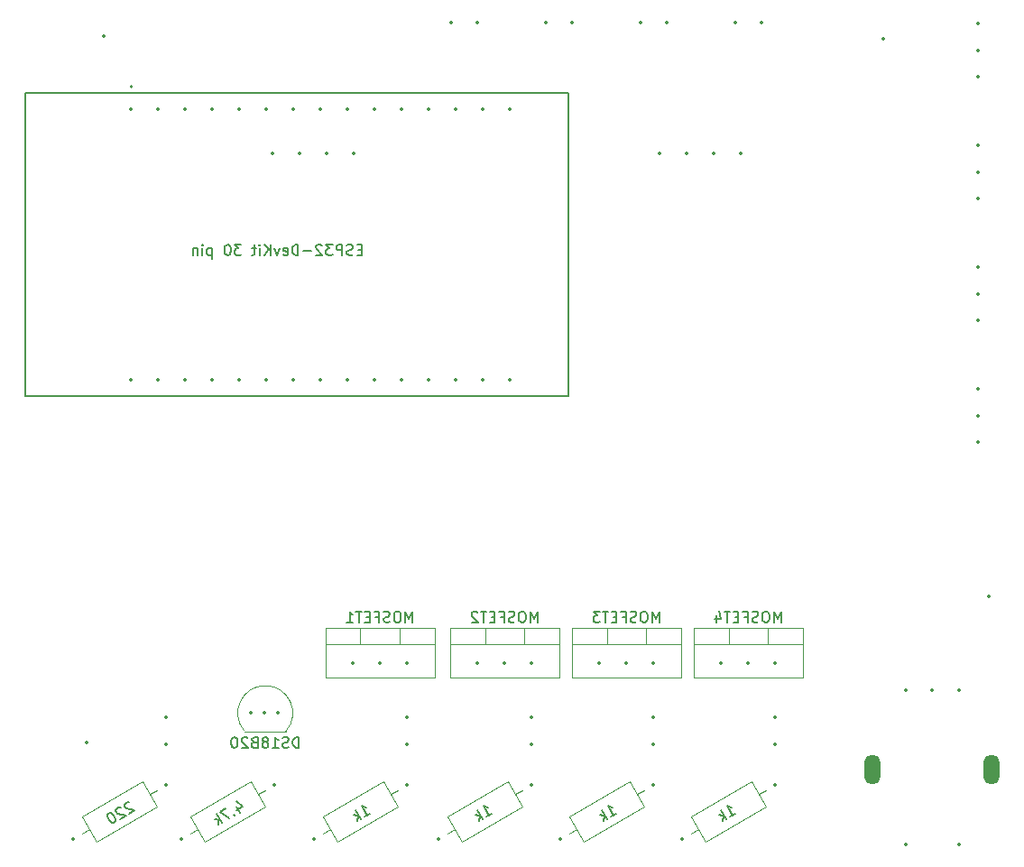
<source format=gbo>
%TF.GenerationSoftware,KiCad,Pcbnew,9.0.0*%
%TF.CreationDate,2025-06-12T21:42:43+02:00*%
%TF.ProjectId,plant_watner_V3.0,706c616e-745f-4776-9174-6e65725f5633,rev?*%
%TF.SameCoordinates,Original*%
%TF.FileFunction,Legend,Bot*%
%TF.FilePolarity,Positive*%
%FSLAX46Y46*%
G04 Gerber Fmt 4.6, Leading zero omitted, Abs format (unit mm)*
G04 Created by KiCad (PCBNEW 9.0.0) date 2025-06-12 21:42:43*
%MOMM*%
%LPD*%
G01*
G04 APERTURE LIST*
%ADD10C,0.150000*%
%ADD11C,0.120000*%
%ADD12C,0.127000*%
%ADD13C,0.200000*%
%ADD14C,0.350000*%
%ADD15O,1.500000X2.800000*%
G04 APERTURE END LIST*
D10*
X156286507Y-130449361D02*
X156781379Y-130163646D01*
X156533943Y-130306504D02*
X156033943Y-129440478D01*
X156033943Y-129440478D02*
X156187850Y-129516577D01*
X156187850Y-129516577D02*
X156317948Y-129551437D01*
X156317948Y-129551437D02*
X156424236Y-129545057D01*
X155915353Y-130663646D02*
X155415353Y-129797621D01*
X155642398Y-130381351D02*
X155585439Y-130854123D01*
X155252105Y-130276772D02*
X155772496Y-130416211D01*
X115801856Y-123963819D02*
X115801856Y-122963819D01*
X115801856Y-122963819D02*
X115563761Y-122963819D01*
X115563761Y-122963819D02*
X115420904Y-123011438D01*
X115420904Y-123011438D02*
X115325666Y-123106676D01*
X115325666Y-123106676D02*
X115278047Y-123201914D01*
X115278047Y-123201914D02*
X115230428Y-123392390D01*
X115230428Y-123392390D02*
X115230428Y-123535247D01*
X115230428Y-123535247D02*
X115278047Y-123725723D01*
X115278047Y-123725723D02*
X115325666Y-123820961D01*
X115325666Y-123820961D02*
X115420904Y-123916200D01*
X115420904Y-123916200D02*
X115563761Y-123963819D01*
X115563761Y-123963819D02*
X115801856Y-123963819D01*
X114849475Y-123916200D02*
X114706618Y-123963819D01*
X114706618Y-123963819D02*
X114468523Y-123963819D01*
X114468523Y-123963819D02*
X114373285Y-123916200D01*
X114373285Y-123916200D02*
X114325666Y-123868580D01*
X114325666Y-123868580D02*
X114278047Y-123773342D01*
X114278047Y-123773342D02*
X114278047Y-123678104D01*
X114278047Y-123678104D02*
X114325666Y-123582866D01*
X114325666Y-123582866D02*
X114373285Y-123535247D01*
X114373285Y-123535247D02*
X114468523Y-123487628D01*
X114468523Y-123487628D02*
X114658999Y-123440009D01*
X114658999Y-123440009D02*
X114754237Y-123392390D01*
X114754237Y-123392390D02*
X114801856Y-123344771D01*
X114801856Y-123344771D02*
X114849475Y-123249533D01*
X114849475Y-123249533D02*
X114849475Y-123154295D01*
X114849475Y-123154295D02*
X114801856Y-123059057D01*
X114801856Y-123059057D02*
X114754237Y-123011438D01*
X114754237Y-123011438D02*
X114658999Y-122963819D01*
X114658999Y-122963819D02*
X114420904Y-122963819D01*
X114420904Y-122963819D02*
X114278047Y-123011438D01*
X113325666Y-123963819D02*
X113897094Y-123963819D01*
X113611380Y-123963819D02*
X113611380Y-122963819D01*
X113611380Y-122963819D02*
X113706618Y-123106676D01*
X113706618Y-123106676D02*
X113801856Y-123201914D01*
X113801856Y-123201914D02*
X113897094Y-123249533D01*
X112754237Y-123392390D02*
X112849475Y-123344771D01*
X112849475Y-123344771D02*
X112897094Y-123297152D01*
X112897094Y-123297152D02*
X112944713Y-123201914D01*
X112944713Y-123201914D02*
X112944713Y-123154295D01*
X112944713Y-123154295D02*
X112897094Y-123059057D01*
X112897094Y-123059057D02*
X112849475Y-123011438D01*
X112849475Y-123011438D02*
X112754237Y-122963819D01*
X112754237Y-122963819D02*
X112563761Y-122963819D01*
X112563761Y-122963819D02*
X112468523Y-123011438D01*
X112468523Y-123011438D02*
X112420904Y-123059057D01*
X112420904Y-123059057D02*
X112373285Y-123154295D01*
X112373285Y-123154295D02*
X112373285Y-123201914D01*
X112373285Y-123201914D02*
X112420904Y-123297152D01*
X112420904Y-123297152D02*
X112468523Y-123344771D01*
X112468523Y-123344771D02*
X112563761Y-123392390D01*
X112563761Y-123392390D02*
X112754237Y-123392390D01*
X112754237Y-123392390D02*
X112849475Y-123440009D01*
X112849475Y-123440009D02*
X112897094Y-123487628D01*
X112897094Y-123487628D02*
X112944713Y-123582866D01*
X112944713Y-123582866D02*
X112944713Y-123773342D01*
X112944713Y-123773342D02*
X112897094Y-123868580D01*
X112897094Y-123868580D02*
X112849475Y-123916200D01*
X112849475Y-123916200D02*
X112754237Y-123963819D01*
X112754237Y-123963819D02*
X112563761Y-123963819D01*
X112563761Y-123963819D02*
X112468523Y-123916200D01*
X112468523Y-123916200D02*
X112420904Y-123868580D01*
X112420904Y-123868580D02*
X112373285Y-123773342D01*
X112373285Y-123773342D02*
X112373285Y-123582866D01*
X112373285Y-123582866D02*
X112420904Y-123487628D01*
X112420904Y-123487628D02*
X112468523Y-123440009D01*
X112468523Y-123440009D02*
X112563761Y-123392390D01*
X111611380Y-123440009D02*
X111468523Y-123487628D01*
X111468523Y-123487628D02*
X111420904Y-123535247D01*
X111420904Y-123535247D02*
X111373285Y-123630485D01*
X111373285Y-123630485D02*
X111373285Y-123773342D01*
X111373285Y-123773342D02*
X111420904Y-123868580D01*
X111420904Y-123868580D02*
X111468523Y-123916200D01*
X111468523Y-123916200D02*
X111563761Y-123963819D01*
X111563761Y-123963819D02*
X111944713Y-123963819D01*
X111944713Y-123963819D02*
X111944713Y-122963819D01*
X111944713Y-122963819D02*
X111611380Y-122963819D01*
X111611380Y-122963819D02*
X111516142Y-123011438D01*
X111516142Y-123011438D02*
X111468523Y-123059057D01*
X111468523Y-123059057D02*
X111420904Y-123154295D01*
X111420904Y-123154295D02*
X111420904Y-123249533D01*
X111420904Y-123249533D02*
X111468523Y-123344771D01*
X111468523Y-123344771D02*
X111516142Y-123392390D01*
X111516142Y-123392390D02*
X111611380Y-123440009D01*
X111611380Y-123440009D02*
X111944713Y-123440009D01*
X110992332Y-123059057D02*
X110944713Y-123011438D01*
X110944713Y-123011438D02*
X110849475Y-122963819D01*
X110849475Y-122963819D02*
X110611380Y-122963819D01*
X110611380Y-122963819D02*
X110516142Y-123011438D01*
X110516142Y-123011438D02*
X110468523Y-123059057D01*
X110468523Y-123059057D02*
X110420904Y-123154295D01*
X110420904Y-123154295D02*
X110420904Y-123249533D01*
X110420904Y-123249533D02*
X110468523Y-123392390D01*
X110468523Y-123392390D02*
X111039951Y-123963819D01*
X111039951Y-123963819D02*
X110420904Y-123963819D01*
X109801856Y-122963819D02*
X109706618Y-122963819D01*
X109706618Y-122963819D02*
X109611380Y-123011438D01*
X109611380Y-123011438D02*
X109563761Y-123059057D01*
X109563761Y-123059057D02*
X109516142Y-123154295D01*
X109516142Y-123154295D02*
X109468523Y-123344771D01*
X109468523Y-123344771D02*
X109468523Y-123582866D01*
X109468523Y-123582866D02*
X109516142Y-123773342D01*
X109516142Y-123773342D02*
X109563761Y-123868580D01*
X109563761Y-123868580D02*
X109611380Y-123916200D01*
X109611380Y-123916200D02*
X109706618Y-123963819D01*
X109706618Y-123963819D02*
X109801856Y-123963819D01*
X109801856Y-123963819D02*
X109897094Y-123916200D01*
X109897094Y-123916200D02*
X109944713Y-123868580D01*
X109944713Y-123868580D02*
X109992332Y-123773342D01*
X109992332Y-123773342D02*
X110039951Y-123582866D01*
X110039951Y-123582866D02*
X110039951Y-123344771D01*
X110039951Y-123344771D02*
X109992332Y-123154295D01*
X109992332Y-123154295D02*
X109944713Y-123059057D01*
X109944713Y-123059057D02*
X109897094Y-123011438D01*
X109897094Y-123011438D02*
X109801856Y-122963819D01*
X121996507Y-130449361D02*
X122491379Y-130163646D01*
X122243943Y-130306504D02*
X121743943Y-129440478D01*
X121743943Y-129440478D02*
X121897850Y-129516577D01*
X121897850Y-129516577D02*
X122027948Y-129551437D01*
X122027948Y-129551437D02*
X122134236Y-129545057D01*
X121625353Y-130663646D02*
X121125353Y-129797621D01*
X121352398Y-130381351D02*
X121295439Y-130854123D01*
X120962105Y-130276772D02*
X121482496Y-130416211D01*
X99907250Y-129106290D02*
X99842201Y-129088860D01*
X99842201Y-129088860D02*
X99735913Y-129095240D01*
X99735913Y-129095240D02*
X99529716Y-129214288D01*
X99529716Y-129214288D02*
X99471047Y-129303146D01*
X99471047Y-129303146D02*
X99453617Y-129368195D01*
X99453617Y-129368195D02*
X99459997Y-129474483D01*
X99459997Y-129474483D02*
X99507616Y-129556962D01*
X99507616Y-129556962D02*
X99620284Y-129656870D01*
X99620284Y-129656870D02*
X100400870Y-129866027D01*
X100400870Y-129866027D02*
X99864759Y-130175551D01*
X99082463Y-129582481D02*
X99017415Y-129565051D01*
X99017415Y-129565051D02*
X98911127Y-129571431D01*
X98911127Y-129571431D02*
X98704930Y-129690478D01*
X98704930Y-129690478D02*
X98646261Y-129779337D01*
X98646261Y-129779337D02*
X98628831Y-129844385D01*
X98628831Y-129844385D02*
X98635211Y-129950674D01*
X98635211Y-129950674D02*
X98682830Y-130033152D01*
X98682830Y-130033152D02*
X98795498Y-130133061D01*
X98795498Y-130133061D02*
X99576084Y-130342218D01*
X99576084Y-130342218D02*
X99039973Y-130651742D01*
X98003862Y-130095240D02*
X97921383Y-130142859D01*
X97921383Y-130142859D02*
X97862714Y-130231718D01*
X97862714Y-130231718D02*
X97845284Y-130296766D01*
X97845284Y-130296766D02*
X97851664Y-130403055D01*
X97851664Y-130403055D02*
X97905663Y-130591821D01*
X97905663Y-130591821D02*
X98024710Y-130798018D01*
X98024710Y-130798018D02*
X98161188Y-130939165D01*
X98161188Y-130939165D02*
X98250046Y-130997835D01*
X98250046Y-130997835D02*
X98315095Y-131015264D01*
X98315095Y-131015264D02*
X98421383Y-131008885D01*
X98421383Y-131008885D02*
X98503862Y-130961266D01*
X98503862Y-130961266D02*
X98562531Y-130872407D01*
X98562531Y-130872407D02*
X98579961Y-130807358D01*
X98579961Y-130807358D02*
X98573581Y-130701070D01*
X98573581Y-130701070D02*
X98519582Y-130512304D01*
X98519582Y-130512304D02*
X98400534Y-130306107D01*
X98400534Y-130306107D02*
X98264057Y-130164959D01*
X98264057Y-130164959D02*
X98175199Y-130106290D01*
X98175199Y-130106290D02*
X98110150Y-130088860D01*
X98110150Y-130088860D02*
X98003862Y-130095240D01*
X145110507Y-130449361D02*
X145605379Y-130163646D01*
X145357943Y-130306504D02*
X144857943Y-129440478D01*
X144857943Y-129440478D02*
X145011850Y-129516577D01*
X145011850Y-129516577D02*
X145141948Y-129551437D01*
X145141948Y-129551437D02*
X145248236Y-129545057D01*
X144739353Y-130663646D02*
X144239353Y-129797621D01*
X144466398Y-130381351D02*
X144409439Y-130854123D01*
X144076105Y-130276772D02*
X144596496Y-130416211D01*
X161059428Y-112191819D02*
X161059428Y-111191819D01*
X161059428Y-111191819D02*
X160726095Y-111906104D01*
X160726095Y-111906104D02*
X160392762Y-111191819D01*
X160392762Y-111191819D02*
X160392762Y-112191819D01*
X159726095Y-111191819D02*
X159535619Y-111191819D01*
X159535619Y-111191819D02*
X159440381Y-111239438D01*
X159440381Y-111239438D02*
X159345143Y-111334676D01*
X159345143Y-111334676D02*
X159297524Y-111525152D01*
X159297524Y-111525152D02*
X159297524Y-111858485D01*
X159297524Y-111858485D02*
X159345143Y-112048961D01*
X159345143Y-112048961D02*
X159440381Y-112144200D01*
X159440381Y-112144200D02*
X159535619Y-112191819D01*
X159535619Y-112191819D02*
X159726095Y-112191819D01*
X159726095Y-112191819D02*
X159821333Y-112144200D01*
X159821333Y-112144200D02*
X159916571Y-112048961D01*
X159916571Y-112048961D02*
X159964190Y-111858485D01*
X159964190Y-111858485D02*
X159964190Y-111525152D01*
X159964190Y-111525152D02*
X159916571Y-111334676D01*
X159916571Y-111334676D02*
X159821333Y-111239438D01*
X159821333Y-111239438D02*
X159726095Y-111191819D01*
X158916571Y-112144200D02*
X158773714Y-112191819D01*
X158773714Y-112191819D02*
X158535619Y-112191819D01*
X158535619Y-112191819D02*
X158440381Y-112144200D01*
X158440381Y-112144200D02*
X158392762Y-112096580D01*
X158392762Y-112096580D02*
X158345143Y-112001342D01*
X158345143Y-112001342D02*
X158345143Y-111906104D01*
X158345143Y-111906104D02*
X158392762Y-111810866D01*
X158392762Y-111810866D02*
X158440381Y-111763247D01*
X158440381Y-111763247D02*
X158535619Y-111715628D01*
X158535619Y-111715628D02*
X158726095Y-111668009D01*
X158726095Y-111668009D02*
X158821333Y-111620390D01*
X158821333Y-111620390D02*
X158868952Y-111572771D01*
X158868952Y-111572771D02*
X158916571Y-111477533D01*
X158916571Y-111477533D02*
X158916571Y-111382295D01*
X158916571Y-111382295D02*
X158868952Y-111287057D01*
X158868952Y-111287057D02*
X158821333Y-111239438D01*
X158821333Y-111239438D02*
X158726095Y-111191819D01*
X158726095Y-111191819D02*
X158488000Y-111191819D01*
X158488000Y-111191819D02*
X158345143Y-111239438D01*
X157583238Y-111668009D02*
X157916571Y-111668009D01*
X157916571Y-112191819D02*
X157916571Y-111191819D01*
X157916571Y-111191819D02*
X157440381Y-111191819D01*
X157059428Y-111668009D02*
X156726095Y-111668009D01*
X156583238Y-112191819D02*
X157059428Y-112191819D01*
X157059428Y-112191819D02*
X157059428Y-111191819D01*
X157059428Y-111191819D02*
X156583238Y-111191819D01*
X156297523Y-111191819D02*
X155726095Y-111191819D01*
X156011809Y-112191819D02*
X156011809Y-111191819D01*
X154964190Y-111525152D02*
X154964190Y-112191819D01*
X155202285Y-111144200D02*
X155440380Y-111858485D01*
X155440380Y-111858485D02*
X154821333Y-111858485D01*
X126485928Y-112191819D02*
X126485928Y-111191819D01*
X126485928Y-111191819D02*
X126152595Y-111906104D01*
X126152595Y-111906104D02*
X125819262Y-111191819D01*
X125819262Y-111191819D02*
X125819262Y-112191819D01*
X125152595Y-111191819D02*
X124962119Y-111191819D01*
X124962119Y-111191819D02*
X124866881Y-111239438D01*
X124866881Y-111239438D02*
X124771643Y-111334676D01*
X124771643Y-111334676D02*
X124724024Y-111525152D01*
X124724024Y-111525152D02*
X124724024Y-111858485D01*
X124724024Y-111858485D02*
X124771643Y-112048961D01*
X124771643Y-112048961D02*
X124866881Y-112144200D01*
X124866881Y-112144200D02*
X124962119Y-112191819D01*
X124962119Y-112191819D02*
X125152595Y-112191819D01*
X125152595Y-112191819D02*
X125247833Y-112144200D01*
X125247833Y-112144200D02*
X125343071Y-112048961D01*
X125343071Y-112048961D02*
X125390690Y-111858485D01*
X125390690Y-111858485D02*
X125390690Y-111525152D01*
X125390690Y-111525152D02*
X125343071Y-111334676D01*
X125343071Y-111334676D02*
X125247833Y-111239438D01*
X125247833Y-111239438D02*
X125152595Y-111191819D01*
X124343071Y-112144200D02*
X124200214Y-112191819D01*
X124200214Y-112191819D02*
X123962119Y-112191819D01*
X123962119Y-112191819D02*
X123866881Y-112144200D01*
X123866881Y-112144200D02*
X123819262Y-112096580D01*
X123819262Y-112096580D02*
X123771643Y-112001342D01*
X123771643Y-112001342D02*
X123771643Y-111906104D01*
X123771643Y-111906104D02*
X123819262Y-111810866D01*
X123819262Y-111810866D02*
X123866881Y-111763247D01*
X123866881Y-111763247D02*
X123962119Y-111715628D01*
X123962119Y-111715628D02*
X124152595Y-111668009D01*
X124152595Y-111668009D02*
X124247833Y-111620390D01*
X124247833Y-111620390D02*
X124295452Y-111572771D01*
X124295452Y-111572771D02*
X124343071Y-111477533D01*
X124343071Y-111477533D02*
X124343071Y-111382295D01*
X124343071Y-111382295D02*
X124295452Y-111287057D01*
X124295452Y-111287057D02*
X124247833Y-111239438D01*
X124247833Y-111239438D02*
X124152595Y-111191819D01*
X124152595Y-111191819D02*
X123914500Y-111191819D01*
X123914500Y-111191819D02*
X123771643Y-111239438D01*
X123009738Y-111668009D02*
X123343071Y-111668009D01*
X123343071Y-112191819D02*
X123343071Y-111191819D01*
X123343071Y-111191819D02*
X122866881Y-111191819D01*
X122485928Y-111668009D02*
X122152595Y-111668009D01*
X122009738Y-112191819D02*
X122485928Y-112191819D01*
X122485928Y-112191819D02*
X122485928Y-111191819D01*
X122485928Y-111191819D02*
X122009738Y-111191819D01*
X121724023Y-111191819D02*
X121152595Y-111191819D01*
X121438309Y-112191819D02*
X121438309Y-111191819D01*
X120295452Y-112191819D02*
X120866880Y-112191819D01*
X120581166Y-112191819D02*
X120581166Y-111191819D01*
X120581166Y-111191819D02*
X120676404Y-111334676D01*
X120676404Y-111334676D02*
X120771642Y-111429914D01*
X120771642Y-111429914D02*
X120866880Y-111477533D01*
X109918242Y-129467248D02*
X110251575Y-130044599D01*
X109933962Y-129018286D02*
X110497302Y-129517828D01*
X110497302Y-129517828D02*
X109961191Y-129827352D01*
X109750324Y-130224025D02*
X109732894Y-130289074D01*
X109732894Y-130289074D02*
X109797943Y-130306503D01*
X109797943Y-130306503D02*
X109815373Y-130241455D01*
X109815373Y-130241455D02*
X109750324Y-130224025D01*
X109750324Y-130224025D02*
X109797943Y-130306503D01*
X108968029Y-129630954D02*
X108390679Y-129964287D01*
X108390679Y-129964287D02*
X109261832Y-130616027D01*
X108560764Y-131020789D02*
X108060764Y-130154764D01*
X108287809Y-130738494D02*
X108230850Y-131211265D01*
X107897516Y-130633915D02*
X108417907Y-130773353D01*
X133426507Y-130449361D02*
X133921379Y-130163646D01*
X133673943Y-130306504D02*
X133173943Y-129440478D01*
X133173943Y-129440478D02*
X133327850Y-129516577D01*
X133327850Y-129516577D02*
X133457948Y-129551437D01*
X133457948Y-129551437D02*
X133564236Y-129545057D01*
X133055353Y-130663646D02*
X132555353Y-129797621D01*
X132782398Y-130381351D02*
X132725439Y-130854123D01*
X132392105Y-130276772D02*
X132912496Y-130416211D01*
X121744380Y-77214009D02*
X121411047Y-77214009D01*
X121268190Y-77737819D02*
X121744380Y-77737819D01*
X121744380Y-77737819D02*
X121744380Y-76737819D01*
X121744380Y-76737819D02*
X121268190Y-76737819D01*
X120887237Y-77690200D02*
X120744380Y-77737819D01*
X120744380Y-77737819D02*
X120506285Y-77737819D01*
X120506285Y-77737819D02*
X120411047Y-77690200D01*
X120411047Y-77690200D02*
X120363428Y-77642580D01*
X120363428Y-77642580D02*
X120315809Y-77547342D01*
X120315809Y-77547342D02*
X120315809Y-77452104D01*
X120315809Y-77452104D02*
X120363428Y-77356866D01*
X120363428Y-77356866D02*
X120411047Y-77309247D01*
X120411047Y-77309247D02*
X120506285Y-77261628D01*
X120506285Y-77261628D02*
X120696761Y-77214009D01*
X120696761Y-77214009D02*
X120791999Y-77166390D01*
X120791999Y-77166390D02*
X120839618Y-77118771D01*
X120839618Y-77118771D02*
X120887237Y-77023533D01*
X120887237Y-77023533D02*
X120887237Y-76928295D01*
X120887237Y-76928295D02*
X120839618Y-76833057D01*
X120839618Y-76833057D02*
X120791999Y-76785438D01*
X120791999Y-76785438D02*
X120696761Y-76737819D01*
X120696761Y-76737819D02*
X120458666Y-76737819D01*
X120458666Y-76737819D02*
X120315809Y-76785438D01*
X119887237Y-77737819D02*
X119887237Y-76737819D01*
X119887237Y-76737819D02*
X119506285Y-76737819D01*
X119506285Y-76737819D02*
X119411047Y-76785438D01*
X119411047Y-76785438D02*
X119363428Y-76833057D01*
X119363428Y-76833057D02*
X119315809Y-76928295D01*
X119315809Y-76928295D02*
X119315809Y-77071152D01*
X119315809Y-77071152D02*
X119363428Y-77166390D01*
X119363428Y-77166390D02*
X119411047Y-77214009D01*
X119411047Y-77214009D02*
X119506285Y-77261628D01*
X119506285Y-77261628D02*
X119887237Y-77261628D01*
X118982475Y-76737819D02*
X118363428Y-76737819D01*
X118363428Y-76737819D02*
X118696761Y-77118771D01*
X118696761Y-77118771D02*
X118553904Y-77118771D01*
X118553904Y-77118771D02*
X118458666Y-77166390D01*
X118458666Y-77166390D02*
X118411047Y-77214009D01*
X118411047Y-77214009D02*
X118363428Y-77309247D01*
X118363428Y-77309247D02*
X118363428Y-77547342D01*
X118363428Y-77547342D02*
X118411047Y-77642580D01*
X118411047Y-77642580D02*
X118458666Y-77690200D01*
X118458666Y-77690200D02*
X118553904Y-77737819D01*
X118553904Y-77737819D02*
X118839618Y-77737819D01*
X118839618Y-77737819D02*
X118934856Y-77690200D01*
X118934856Y-77690200D02*
X118982475Y-77642580D01*
X117982475Y-76833057D02*
X117934856Y-76785438D01*
X117934856Y-76785438D02*
X117839618Y-76737819D01*
X117839618Y-76737819D02*
X117601523Y-76737819D01*
X117601523Y-76737819D02*
X117506285Y-76785438D01*
X117506285Y-76785438D02*
X117458666Y-76833057D01*
X117458666Y-76833057D02*
X117411047Y-76928295D01*
X117411047Y-76928295D02*
X117411047Y-77023533D01*
X117411047Y-77023533D02*
X117458666Y-77166390D01*
X117458666Y-77166390D02*
X118030094Y-77737819D01*
X118030094Y-77737819D02*
X117411047Y-77737819D01*
X116982475Y-77356866D02*
X116220571Y-77356866D01*
X115744380Y-77737819D02*
X115744380Y-76737819D01*
X115744380Y-76737819D02*
X115506285Y-76737819D01*
X115506285Y-76737819D02*
X115363428Y-76785438D01*
X115363428Y-76785438D02*
X115268190Y-76880676D01*
X115268190Y-76880676D02*
X115220571Y-76975914D01*
X115220571Y-76975914D02*
X115172952Y-77166390D01*
X115172952Y-77166390D02*
X115172952Y-77309247D01*
X115172952Y-77309247D02*
X115220571Y-77499723D01*
X115220571Y-77499723D02*
X115268190Y-77594961D01*
X115268190Y-77594961D02*
X115363428Y-77690200D01*
X115363428Y-77690200D02*
X115506285Y-77737819D01*
X115506285Y-77737819D02*
X115744380Y-77737819D01*
X114363428Y-77690200D02*
X114458666Y-77737819D01*
X114458666Y-77737819D02*
X114649142Y-77737819D01*
X114649142Y-77737819D02*
X114744380Y-77690200D01*
X114744380Y-77690200D02*
X114791999Y-77594961D01*
X114791999Y-77594961D02*
X114791999Y-77214009D01*
X114791999Y-77214009D02*
X114744380Y-77118771D01*
X114744380Y-77118771D02*
X114649142Y-77071152D01*
X114649142Y-77071152D02*
X114458666Y-77071152D01*
X114458666Y-77071152D02*
X114363428Y-77118771D01*
X114363428Y-77118771D02*
X114315809Y-77214009D01*
X114315809Y-77214009D02*
X114315809Y-77309247D01*
X114315809Y-77309247D02*
X114791999Y-77404485D01*
X113982475Y-77071152D02*
X113744380Y-77737819D01*
X113744380Y-77737819D02*
X113506285Y-77071152D01*
X113125332Y-77737819D02*
X113125332Y-76737819D01*
X112553904Y-77737819D02*
X112982475Y-77166390D01*
X112553904Y-76737819D02*
X113125332Y-77309247D01*
X112125332Y-77737819D02*
X112125332Y-77071152D01*
X112125332Y-76737819D02*
X112172951Y-76785438D01*
X112172951Y-76785438D02*
X112125332Y-76833057D01*
X112125332Y-76833057D02*
X112077713Y-76785438D01*
X112077713Y-76785438D02*
X112125332Y-76737819D01*
X112125332Y-76737819D02*
X112125332Y-76833057D01*
X111791999Y-77071152D02*
X111411047Y-77071152D01*
X111649142Y-76737819D02*
X111649142Y-77594961D01*
X111649142Y-77594961D02*
X111601523Y-77690200D01*
X111601523Y-77690200D02*
X111506285Y-77737819D01*
X111506285Y-77737819D02*
X111411047Y-77737819D01*
X110411046Y-76737819D02*
X109791999Y-76737819D01*
X109791999Y-76737819D02*
X110125332Y-77118771D01*
X110125332Y-77118771D02*
X109982475Y-77118771D01*
X109982475Y-77118771D02*
X109887237Y-77166390D01*
X109887237Y-77166390D02*
X109839618Y-77214009D01*
X109839618Y-77214009D02*
X109791999Y-77309247D01*
X109791999Y-77309247D02*
X109791999Y-77547342D01*
X109791999Y-77547342D02*
X109839618Y-77642580D01*
X109839618Y-77642580D02*
X109887237Y-77690200D01*
X109887237Y-77690200D02*
X109982475Y-77737819D01*
X109982475Y-77737819D02*
X110268189Y-77737819D01*
X110268189Y-77737819D02*
X110363427Y-77690200D01*
X110363427Y-77690200D02*
X110411046Y-77642580D01*
X109172951Y-76737819D02*
X109077713Y-76737819D01*
X109077713Y-76737819D02*
X108982475Y-76785438D01*
X108982475Y-76785438D02*
X108934856Y-76833057D01*
X108934856Y-76833057D02*
X108887237Y-76928295D01*
X108887237Y-76928295D02*
X108839618Y-77118771D01*
X108839618Y-77118771D02*
X108839618Y-77356866D01*
X108839618Y-77356866D02*
X108887237Y-77547342D01*
X108887237Y-77547342D02*
X108934856Y-77642580D01*
X108934856Y-77642580D02*
X108982475Y-77690200D01*
X108982475Y-77690200D02*
X109077713Y-77737819D01*
X109077713Y-77737819D02*
X109172951Y-77737819D01*
X109172951Y-77737819D02*
X109268189Y-77690200D01*
X109268189Y-77690200D02*
X109315808Y-77642580D01*
X109315808Y-77642580D02*
X109363427Y-77547342D01*
X109363427Y-77547342D02*
X109411046Y-77356866D01*
X109411046Y-77356866D02*
X109411046Y-77118771D01*
X109411046Y-77118771D02*
X109363427Y-76928295D01*
X109363427Y-76928295D02*
X109315808Y-76833057D01*
X109315808Y-76833057D02*
X109268189Y-76785438D01*
X109268189Y-76785438D02*
X109172951Y-76737819D01*
X107649141Y-77071152D02*
X107649141Y-78071152D01*
X107649141Y-77118771D02*
X107553903Y-77071152D01*
X107553903Y-77071152D02*
X107363427Y-77071152D01*
X107363427Y-77071152D02*
X107268189Y-77118771D01*
X107268189Y-77118771D02*
X107220570Y-77166390D01*
X107220570Y-77166390D02*
X107172951Y-77261628D01*
X107172951Y-77261628D02*
X107172951Y-77547342D01*
X107172951Y-77547342D02*
X107220570Y-77642580D01*
X107220570Y-77642580D02*
X107268189Y-77690200D01*
X107268189Y-77690200D02*
X107363427Y-77737819D01*
X107363427Y-77737819D02*
X107553903Y-77737819D01*
X107553903Y-77737819D02*
X107649141Y-77690200D01*
X106744379Y-77737819D02*
X106744379Y-77071152D01*
X106744379Y-76737819D02*
X106791998Y-76785438D01*
X106791998Y-76785438D02*
X106744379Y-76833057D01*
X106744379Y-76833057D02*
X106696760Y-76785438D01*
X106696760Y-76785438D02*
X106744379Y-76737819D01*
X106744379Y-76737819D02*
X106744379Y-76833057D01*
X106268189Y-77071152D02*
X106268189Y-77737819D01*
X106268189Y-77166390D02*
X106220570Y-77118771D01*
X106220570Y-77118771D02*
X106125332Y-77071152D01*
X106125332Y-77071152D02*
X105982475Y-77071152D01*
X105982475Y-77071152D02*
X105887237Y-77118771D01*
X105887237Y-77118771D02*
X105839618Y-77214009D01*
X105839618Y-77214009D02*
X105839618Y-77737819D01*
X138199428Y-112191819D02*
X138199428Y-111191819D01*
X138199428Y-111191819D02*
X137866095Y-111906104D01*
X137866095Y-111906104D02*
X137532762Y-111191819D01*
X137532762Y-111191819D02*
X137532762Y-112191819D01*
X136866095Y-111191819D02*
X136675619Y-111191819D01*
X136675619Y-111191819D02*
X136580381Y-111239438D01*
X136580381Y-111239438D02*
X136485143Y-111334676D01*
X136485143Y-111334676D02*
X136437524Y-111525152D01*
X136437524Y-111525152D02*
X136437524Y-111858485D01*
X136437524Y-111858485D02*
X136485143Y-112048961D01*
X136485143Y-112048961D02*
X136580381Y-112144200D01*
X136580381Y-112144200D02*
X136675619Y-112191819D01*
X136675619Y-112191819D02*
X136866095Y-112191819D01*
X136866095Y-112191819D02*
X136961333Y-112144200D01*
X136961333Y-112144200D02*
X137056571Y-112048961D01*
X137056571Y-112048961D02*
X137104190Y-111858485D01*
X137104190Y-111858485D02*
X137104190Y-111525152D01*
X137104190Y-111525152D02*
X137056571Y-111334676D01*
X137056571Y-111334676D02*
X136961333Y-111239438D01*
X136961333Y-111239438D02*
X136866095Y-111191819D01*
X136056571Y-112144200D02*
X135913714Y-112191819D01*
X135913714Y-112191819D02*
X135675619Y-112191819D01*
X135675619Y-112191819D02*
X135580381Y-112144200D01*
X135580381Y-112144200D02*
X135532762Y-112096580D01*
X135532762Y-112096580D02*
X135485143Y-112001342D01*
X135485143Y-112001342D02*
X135485143Y-111906104D01*
X135485143Y-111906104D02*
X135532762Y-111810866D01*
X135532762Y-111810866D02*
X135580381Y-111763247D01*
X135580381Y-111763247D02*
X135675619Y-111715628D01*
X135675619Y-111715628D02*
X135866095Y-111668009D01*
X135866095Y-111668009D02*
X135961333Y-111620390D01*
X135961333Y-111620390D02*
X136008952Y-111572771D01*
X136008952Y-111572771D02*
X136056571Y-111477533D01*
X136056571Y-111477533D02*
X136056571Y-111382295D01*
X136056571Y-111382295D02*
X136008952Y-111287057D01*
X136008952Y-111287057D02*
X135961333Y-111239438D01*
X135961333Y-111239438D02*
X135866095Y-111191819D01*
X135866095Y-111191819D02*
X135628000Y-111191819D01*
X135628000Y-111191819D02*
X135485143Y-111239438D01*
X134723238Y-111668009D02*
X135056571Y-111668009D01*
X135056571Y-112191819D02*
X135056571Y-111191819D01*
X135056571Y-111191819D02*
X134580381Y-111191819D01*
X134199428Y-111668009D02*
X133866095Y-111668009D01*
X133723238Y-112191819D02*
X134199428Y-112191819D01*
X134199428Y-112191819D02*
X134199428Y-111191819D01*
X134199428Y-111191819D02*
X133723238Y-111191819D01*
X133437523Y-111191819D02*
X132866095Y-111191819D01*
X133151809Y-112191819D02*
X133151809Y-111191819D01*
X132580380Y-111287057D02*
X132532761Y-111239438D01*
X132532761Y-111239438D02*
X132437523Y-111191819D01*
X132437523Y-111191819D02*
X132199428Y-111191819D01*
X132199428Y-111191819D02*
X132104190Y-111239438D01*
X132104190Y-111239438D02*
X132056571Y-111287057D01*
X132056571Y-111287057D02*
X132008952Y-111382295D01*
X132008952Y-111382295D02*
X132008952Y-111477533D01*
X132008952Y-111477533D02*
X132056571Y-111620390D01*
X132056571Y-111620390D02*
X132627999Y-112191819D01*
X132627999Y-112191819D02*
X132008952Y-112191819D01*
X149629428Y-112191819D02*
X149629428Y-111191819D01*
X149629428Y-111191819D02*
X149296095Y-111906104D01*
X149296095Y-111906104D02*
X148962762Y-111191819D01*
X148962762Y-111191819D02*
X148962762Y-112191819D01*
X148296095Y-111191819D02*
X148105619Y-111191819D01*
X148105619Y-111191819D02*
X148010381Y-111239438D01*
X148010381Y-111239438D02*
X147915143Y-111334676D01*
X147915143Y-111334676D02*
X147867524Y-111525152D01*
X147867524Y-111525152D02*
X147867524Y-111858485D01*
X147867524Y-111858485D02*
X147915143Y-112048961D01*
X147915143Y-112048961D02*
X148010381Y-112144200D01*
X148010381Y-112144200D02*
X148105619Y-112191819D01*
X148105619Y-112191819D02*
X148296095Y-112191819D01*
X148296095Y-112191819D02*
X148391333Y-112144200D01*
X148391333Y-112144200D02*
X148486571Y-112048961D01*
X148486571Y-112048961D02*
X148534190Y-111858485D01*
X148534190Y-111858485D02*
X148534190Y-111525152D01*
X148534190Y-111525152D02*
X148486571Y-111334676D01*
X148486571Y-111334676D02*
X148391333Y-111239438D01*
X148391333Y-111239438D02*
X148296095Y-111191819D01*
X147486571Y-112144200D02*
X147343714Y-112191819D01*
X147343714Y-112191819D02*
X147105619Y-112191819D01*
X147105619Y-112191819D02*
X147010381Y-112144200D01*
X147010381Y-112144200D02*
X146962762Y-112096580D01*
X146962762Y-112096580D02*
X146915143Y-112001342D01*
X146915143Y-112001342D02*
X146915143Y-111906104D01*
X146915143Y-111906104D02*
X146962762Y-111810866D01*
X146962762Y-111810866D02*
X147010381Y-111763247D01*
X147010381Y-111763247D02*
X147105619Y-111715628D01*
X147105619Y-111715628D02*
X147296095Y-111668009D01*
X147296095Y-111668009D02*
X147391333Y-111620390D01*
X147391333Y-111620390D02*
X147438952Y-111572771D01*
X147438952Y-111572771D02*
X147486571Y-111477533D01*
X147486571Y-111477533D02*
X147486571Y-111382295D01*
X147486571Y-111382295D02*
X147438952Y-111287057D01*
X147438952Y-111287057D02*
X147391333Y-111239438D01*
X147391333Y-111239438D02*
X147296095Y-111191819D01*
X147296095Y-111191819D02*
X147058000Y-111191819D01*
X147058000Y-111191819D02*
X146915143Y-111239438D01*
X146153238Y-111668009D02*
X146486571Y-111668009D01*
X146486571Y-112191819D02*
X146486571Y-111191819D01*
X146486571Y-111191819D02*
X146010381Y-111191819D01*
X145629428Y-111668009D02*
X145296095Y-111668009D01*
X145153238Y-112191819D02*
X145629428Y-112191819D01*
X145629428Y-112191819D02*
X145629428Y-111191819D01*
X145629428Y-111191819D02*
X145153238Y-111191819D01*
X144867523Y-111191819D02*
X144296095Y-111191819D01*
X144581809Y-112191819D02*
X144581809Y-111191819D01*
X144057999Y-111191819D02*
X143438952Y-111191819D01*
X143438952Y-111191819D02*
X143772285Y-111572771D01*
X143772285Y-111572771D02*
X143629428Y-111572771D01*
X143629428Y-111572771D02*
X143534190Y-111620390D01*
X143534190Y-111620390D02*
X143486571Y-111668009D01*
X143486571Y-111668009D02*
X143438952Y-111763247D01*
X143438952Y-111763247D02*
X143438952Y-112001342D01*
X143438952Y-112001342D02*
X143486571Y-112096580D01*
X143486571Y-112096580D02*
X143534190Y-112144200D01*
X143534190Y-112144200D02*
X143629428Y-112191819D01*
X143629428Y-112191819D02*
X143915142Y-112191819D01*
X143915142Y-112191819D02*
X144010380Y-112144200D01*
X144010380Y-112144200D02*
X144057999Y-112096580D01*
D11*
%TO.C,R6*%
X152611688Y-130425545D02*
X158275494Y-127155545D01*
X152629848Y-131997000D02*
X153296688Y-131612000D01*
X153981688Y-132798455D02*
X152611688Y-130425545D01*
X158275494Y-127155545D02*
X159645494Y-129528455D01*
X159627334Y-127957000D02*
X158960494Y-128342000D01*
X159645494Y-129528455D02*
X153981688Y-132798455D01*
%TO.C,Temp_sensor1*%
X114599000Y-122419000D02*
X110749000Y-122419000D01*
X110710389Y-122409122D02*
G75*
G02*
X114599000Y-122419000I1948611J1690122D01*
G01*
%TO.C,R3*%
X118067688Y-130425545D02*
X123731494Y-127155545D01*
X118085848Y-131997000D02*
X118752688Y-131612000D01*
X119437688Y-132798455D02*
X118067688Y-130425545D01*
X123731494Y-127155545D02*
X125101494Y-129528455D01*
X125083334Y-127957000D02*
X124416494Y-128342000D01*
X125101494Y-129528455D02*
X119437688Y-132798455D01*
%TO.C,R2*%
X95461688Y-130425545D02*
X101125494Y-127155545D01*
X95479848Y-131997000D02*
X96146688Y-131612000D01*
X96831688Y-132798455D02*
X95461688Y-130425545D01*
X101125494Y-127155545D02*
X102495494Y-129528455D01*
X102477334Y-127957000D02*
X101810494Y-128342000D01*
X102495494Y-129528455D02*
X96831688Y-132798455D01*
%TO.C,R5*%
X141181688Y-130425545D02*
X146845494Y-127155545D01*
X141199848Y-131997000D02*
X141866688Y-131612000D01*
X142551688Y-132798455D02*
X141181688Y-130425545D01*
X146845494Y-127155545D02*
X148215494Y-129528455D01*
X148197334Y-127957000D02*
X147530494Y-128342000D01*
X148215494Y-129528455D02*
X142551688Y-132798455D01*
%TO.C,MOSFET4*%
X152868000Y-112737000D02*
X152868000Y-117378000D01*
X156137000Y-112737000D02*
X156137000Y-114247000D01*
X159838000Y-112737000D02*
X159838000Y-114247000D01*
X163108000Y-112737000D02*
X152868000Y-112737000D01*
X163108000Y-112737000D02*
X163108000Y-117378000D01*
X163108000Y-114247000D02*
X152868000Y-114247000D01*
X163108000Y-117378000D02*
X152868000Y-117378000D01*
%TO.C,MOSFET1*%
X118294500Y-112737000D02*
X118294500Y-117378000D01*
X121563500Y-112737000D02*
X121563500Y-114247000D01*
X125264500Y-112737000D02*
X125264500Y-114247000D01*
X128534500Y-112737000D02*
X118294500Y-112737000D01*
X128534500Y-112737000D02*
X128534500Y-117378000D01*
X128534500Y-114247000D02*
X118294500Y-114247000D01*
X128534500Y-117378000D02*
X118294500Y-117378000D01*
%TO.C,R1*%
X105621688Y-130425545D02*
X111285494Y-127155545D01*
X105639848Y-131997000D02*
X106306688Y-131612000D01*
X106991688Y-132798455D02*
X105621688Y-130425545D01*
X111285494Y-127155545D02*
X112655494Y-129528455D01*
X112637334Y-127957000D02*
X111970494Y-128342000D01*
X112655494Y-129528455D02*
X106991688Y-132798455D01*
%TO.C,R4*%
X129751688Y-130425545D02*
X135415494Y-127155545D01*
X129769848Y-131997000D02*
X130436688Y-131612000D01*
X131121688Y-132798455D02*
X129751688Y-130425545D01*
X135415494Y-127155545D02*
X136785494Y-129528455D01*
X136767334Y-127957000D02*
X136100494Y-128342000D01*
X136785494Y-129528455D02*
X131121688Y-132798455D01*
D12*
%TO.C,ESP32-DevKit 30 pin*%
X90116000Y-62495000D02*
X90116000Y-73564000D01*
X90116000Y-62495000D02*
X90116000Y-91004999D01*
X90116000Y-73564000D02*
X90116000Y-80275000D01*
X90116000Y-80275000D02*
X90116000Y-91004999D01*
X90116000Y-91004999D02*
X141066000Y-91004999D01*
X90116000Y-91004999D02*
X141066000Y-91004999D01*
X141066000Y-62495000D02*
X90116000Y-62495000D01*
X141066000Y-62495000D02*
X90116000Y-62495000D01*
X141066000Y-62495000D02*
X141066000Y-67865000D01*
X141066000Y-67865000D02*
X141066000Y-85555000D01*
X141066000Y-85555000D02*
X141066000Y-91004999D01*
X141066000Y-91004999D02*
X141066000Y-62495000D01*
D13*
X100176000Y-61925000D02*
G75*
G02*
X99976000Y-61925000I-100000J0D01*
G01*
X99976000Y-61925000D02*
G75*
G02*
X100176000Y-61925000I100000J0D01*
G01*
D11*
%TO.C,MOSFET2*%
X130008000Y-112737000D02*
X130008000Y-117378000D01*
X133277000Y-112737000D02*
X133277000Y-114247000D01*
X136978000Y-112737000D02*
X136978000Y-114247000D01*
X140248000Y-112737000D02*
X130008000Y-112737000D01*
X140248000Y-112737000D02*
X140248000Y-117378000D01*
X140248000Y-114247000D02*
X130008000Y-114247000D01*
X140248000Y-117378000D02*
X130008000Y-117378000D01*
%TO.C,MOSFET3*%
X141438000Y-112737000D02*
X141438000Y-117378000D01*
X144707000Y-112737000D02*
X144707000Y-114247000D01*
X148408000Y-112737000D02*
X148408000Y-114247000D01*
X151678000Y-112737000D02*
X141438000Y-112737000D01*
X151678000Y-112737000D02*
X151678000Y-117378000D01*
X151678000Y-114247000D02*
X141438000Y-114247000D01*
X151678000Y-117378000D02*
X141438000Y-117378000D01*
%TD*%
D14*
X113301500Y-68150500D03*
X115841500Y-68150500D03*
X118381500Y-68150500D03*
X120921500Y-68150500D03*
X177748000Y-118547000D03*
X172748000Y-118547000D03*
X175248000Y-118547000D03*
D15*
X180848000Y-126047001D03*
X169648000Y-126047001D03*
D14*
X172748000Y-133047000D03*
X177748000Y-133047000D03*
X170688000Y-57404000D03*
X130088000Y-55891500D03*
X132588000Y-55891500D03*
X147868000Y-55947000D03*
X150368000Y-55947000D03*
X95885000Y-123511000D03*
X103377998Y-123627001D03*
X103377998Y-121087001D03*
X138978000Y-55947000D03*
X141478000Y-55947000D03*
X137668001Y-123626998D03*
X137668001Y-121086998D03*
X149098001Y-123626999D03*
X149098001Y-121086999D03*
X125984000Y-123627001D03*
X125984000Y-121087001D03*
X179578000Y-78887000D03*
X179578000Y-81387000D03*
X179578000Y-83887000D03*
X180594000Y-109795000D03*
X179578000Y-56027000D03*
X179578000Y-58527000D03*
X179578000Y-61027000D03*
X160528001Y-123626999D03*
X160528001Y-121086999D03*
X149669500Y-68150500D03*
X152209500Y-68150500D03*
X154749500Y-68150500D03*
X157289500Y-68150500D03*
X179578000Y-67457000D03*
X179578000Y-69957000D03*
X179578000Y-72457000D03*
X156758000Y-55947000D03*
X159258000Y-55947000D03*
X97536000Y-57150000D03*
X179578000Y-90317000D03*
X179578000Y-92817000D03*
X179578000Y-95317000D03*
X160528000Y-127437000D03*
X151729182Y-132517000D03*
X113849000Y-120719000D03*
X112579000Y-120719000D03*
X111309000Y-120719000D03*
X125984000Y-127437000D03*
X117185182Y-132517000D03*
X103378000Y-127437000D03*
X94579182Y-132517000D03*
X149098000Y-127437000D03*
X140299182Y-132517000D03*
X160528000Y-116007000D03*
X157988000Y-116007000D03*
X155448000Y-116007000D03*
X125954500Y-116007000D03*
X123414500Y-116007000D03*
X120874500Y-116007000D03*
X113538000Y-127437000D03*
X104739182Y-132517000D03*
X137668000Y-127437000D03*
X128869182Y-132517000D03*
X100076000Y-64075000D03*
X102615999Y-64075000D03*
X105156000Y-64075000D03*
X107695999Y-64075000D03*
X110236000Y-64075000D03*
X112775999Y-64075000D03*
X115316000Y-64075000D03*
X117856000Y-64074999D03*
X120396000Y-64075000D03*
X122936000Y-64074999D03*
X125476000Y-64075000D03*
X128016000Y-64074999D03*
X130556000Y-64075000D03*
X133096000Y-64075000D03*
X135636000Y-64075000D03*
X135636000Y-89475000D03*
X133096000Y-89475000D03*
X130556000Y-89475000D03*
X128016000Y-89475001D03*
X125476000Y-89475000D03*
X122936001Y-89475000D03*
X120396000Y-89475000D03*
X117856001Y-89475000D03*
X115316000Y-89475000D03*
X112776000Y-89475001D03*
X110236000Y-89475000D03*
X107696000Y-89475001D03*
X105156000Y-89475000D03*
X102616000Y-89475001D03*
X100076000Y-89475000D03*
X137668000Y-116007000D03*
X135128000Y-116007000D03*
X132588000Y-116007000D03*
X149098000Y-116007000D03*
X146558000Y-116007000D03*
X144018000Y-116007000D03*
M02*

</source>
